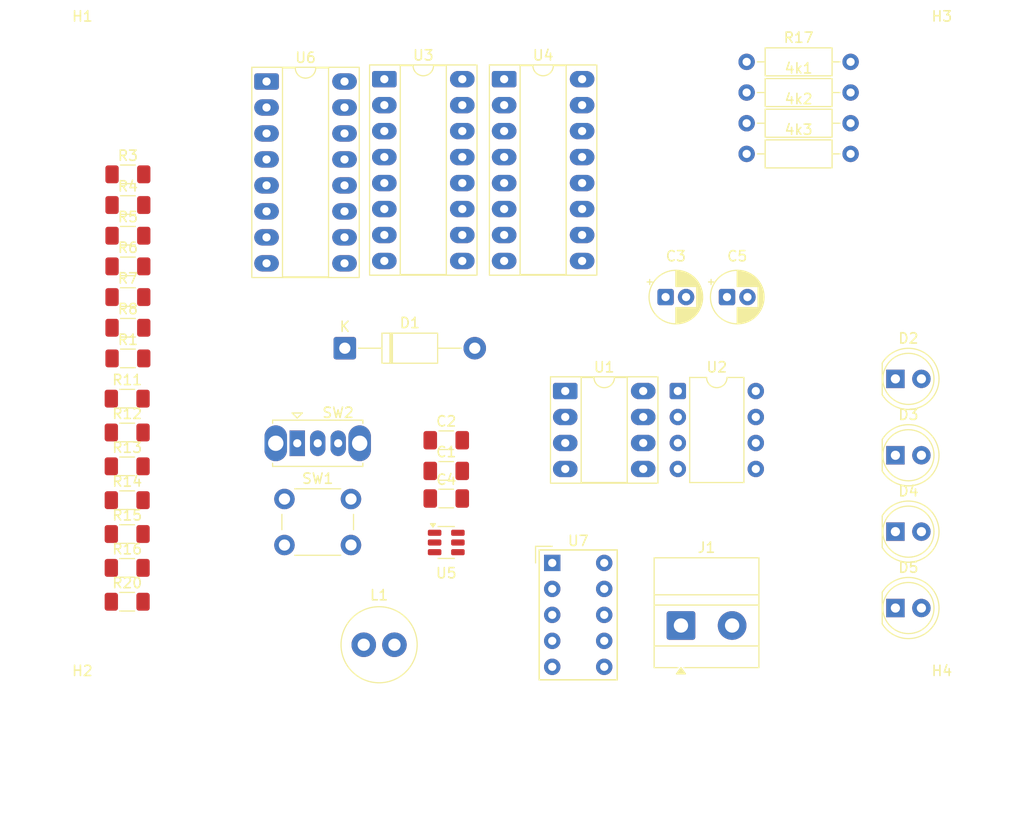
<source format=kicad_pcb>
(kicad_pcb (version 20241229) (generator "pcbnew") (generator_version "9.0")
  (layers (0 "F.Cu" signal) (2 "B.Cu" signal) (13 "F.Paste" user) (15 "B.Paste" user) (5 "F.SilkS" user "F.Silkscreen") (7 "B.SilkS" user "B.Silkscreen") (1 "F.Mask" user) (3 "B.Mask" user) (25 "Edge.Cuts" user))
  (net 0 "")
  (net 1 "Net-(D3-K)")
  (net 2 "GND")
  (net 3 "Net-(D4-K)")
  (net 4 "Net-(D5-K)")
  (net 5 "Net-(U2-THR)")
  (net 6 "Net-(SW2-A)")
  (net 7 "VD")
  (net 8 "+5V")
  (net 9 "Net-(D1-K)")
  (net 10 "Q0")
  (net 11 "Net-(D2-K)")
  (net 12 "Q1")
  (net 13 "Q2")
  (net 14 "Q3")
  (net 15 "Net-(U2-DIS)")
  (net 16 "Net-(R3-Pad1)")
  (net 17 "Clock")
  (net 18 "Net-(U3A-J)")
  (net 19 "Net-(U3B-J)")
  (net 20 "Net-(U4A-J)")
  (net 21 "Net-(U4B-J)")
  (net 22 "Net-(U7-B)")
  (net 23 "Net-(U6-b)")
  (net 24 "Net-(U6-c)")
  (net 25 "Net-(U7-C)")
  (net 26 "Net-(U7-D)")
  (net 27 "Net-(U6-d)")
  (net 28 "Net-(U7-E)")
  (net 29 "Net-(U6-e)")
  (net 30 "Net-(U6-f)")
  (net 31 "Net-(U7-F)")
  (net 32 "Net-(U7-G)")
  (net 33 "Net-(U6-g)")
  (net 34 "555")
  (net 39 "RESET")
  (net 43 "Net-(U6-BI)")
  (net 44 "Net-(U6-a)")
  (net 45 "Net-(U7-A)")
  (footprint "LED_THT:LED_D5.0mm" (layer "F.Cu") (at 175.46 97.94)
    (property "Reference" "D4" (at 1.27 -3.96 0) (layer "F.SilkS"))
    (property "Value" "LED")
    (pad "1" thru_hole rect (at 0 0) (size 1.8 1.8) (drill 0.9) (layers "*.Cu" "*.Mask") (net 3 "Net-(D4-K)"))
    (pad "2" thru_hole circle (at 2.54 0) (size 1.8 1.8) (drill 0.9) (layers "*.Cu" "*.Mask") (net 13 "Q2"))
  )
  (footprint "Resistor_SMD:R_1206_3216Metric_Pad1.30x1.75mm_HandSolder" (layer "F.Cu") (at 100.45 63)
    (property "Reference" "R3" (at 0 -1.83 0) (layer "F.SilkS"))
    (property "Value" "2k")
    (pad "1" smd roundrect (at -1.55 0) (size 1.3 1.75) (layers "F.Cu" "F.Mask" "F.Paste") (roundrect_rratio 0.192308) (net 16 "Net-(R3-Pad1)"))
    (pad "2" smd roundrect (at 1.55 0) (size 1.3 1.75) (layers "F.Cu" "F.Mask" "F.Paste") (roundrect_rratio 0.192308) (net 6 "Net-(SW2-A)"))
  )
  (footprint "Capacitor_SMD:C_1206_3216Metric_Pad1.33x1.80mm_HandSolder" (layer "F.Cu") (at 131.5625 92)
    (property "Reference" "C1" (at 0 -1.85 0) (layer "F.SilkS"))
    (property "Value" "10u")
    (pad "1" smd roundrect (at -1.5625 0) (size 1.325 1.8) (layers "F.Cu" "F.Mask" "F.Paste") (roundrect_rratio 0.188679) (net 5 "Net-(U2-THR)"))
    (pad "2" smd roundrect (at 1.5625 0) (size 1.325 1.8) (layers "F.Cu" "F.Mask" "F.Paste") (roundrect_rratio 0.188679) (net 2 "GND"))
  )
  (footprint "Inductor_THT:L_Radial_D7.2mm_P3.00mm_Murata_1700" (layer "F.Cu") (at 123.5 109)
    (property "Reference" "L1" (at 1.5 -4.85 0) (layer "F.SilkS"))
    (property "Value" "330u")
    (pad "1" thru_hole circle (at 0 0) (size 2.4 2.4) (drill 1.2) (layers "*.Cu" "*.Mask") (net 9 "Net-(D1-K)"))
    (pad "2" thru_hole circle (at 3 0) (size 2.4 2.4) (drill 1.2) (layers "*.Cu" "*.Mask") (net 8 "+5V"))
  )
  (footprint "Resistor_SMD:R_1206_3216Metric_Pad1.30x1.75mm_HandSolder" (layer "F.Cu") (at 100.45 72)
    (property "Reference" "R6" (at 0 -1.83 0) (layer "F.SilkS"))
    (property "Value" "10k")
    (pad "1" smd roundrect (at -1.55 0) (size 1.3 1.75) (layers "F.Cu" "F.Mask" "F.Paste") (roundrect_rratio 0.192308) (net 8 "+5V"))
    (pad "2" smd roundrect (at 1.55 0) (size 1.3 1.75) (layers "F.Cu" "F.Mask" "F.Paste") (roundrect_rratio 0.192308) (net 19 "Net-(U3B-J)"))
  )
  (footprint "LED_THT:LED_D5.0mm" (layer "F.Cu") (at 175.46 105.41)
    (property "Reference" "D5" (at 1.27 -3.96 0) (layer "F.SilkS"))
    (property "Value" "LED")
    (pad "1" thru_hole rect (at 0 0) (size 1.8 1.8) (drill 0.9) (layers "*.Cu" "*.Mask") (net 4 "Net-(D5-K)"))
    (pad "2" thru_hole circle (at 2.54 0) (size 1.8 1.8) (drill 0.9) (layers "*.Cu" "*.Mask") (net 14 "Q3"))
  )
  (footprint "Resistor_THT:R_Axial_DIN0207_L6.3mm_D2.5mm_P10.16mm_Horizontal" (layer "F.Cu") (at 160.92 58)
    (property "Reference" "4k2" (at 5.08 -2.37 0) (layer "F.SilkS"))
    (property "Value" "R3")
    (pad "1" thru_hole circle (at 0 0) (size 1.6 1.6) (drill 0.8) (layers "*.Cu" "*.Mask") (net 3 "Net-(D4-K)"))
    (pad "2" thru_hole circle (at 10.16 0) (size 1.6 1.6) (drill 0.8) (layers "*.Cu" "*.Mask") (net 2 "GND"))
  )
  (footprint "Resistor_SMD:R_1206_3216Metric_Pad1.30x1.75mm_HandSolder" (layer "F.Cu") (at 100.378945 101.482952)
    (property "Reference" "R16" (at 0 -1.83 0) (layer "F.SilkS"))
    (property "Value" "2k")
    (pad "1" smd roundrect (at -1.55 0) (size 1.3 1.75) (layers "F.Cu" "F.Mask" "F.Paste") (roundrect_rratio 0.192308) (net 33 "Net-(U6-g)"))
    (pad "2" smd roundrect (at 1.55 0) (size 1.3 1.75) (layers "F.Cu" "F.Mask" "F.Paste") (roundrect_rratio 0.192308) (net 32 "Net-(U7-G)"))
  )
  (footprint "Resistor_SMD:R_1206_3216Metric_Pad1.30x1.75mm_HandSolder" (layer "F.Cu") (at 100.378945 91.552952)
    (property "Reference" "R13" (at 0 -1.83 0) (layer "F.SilkS"))
    (property "Value" "2k")
    (pad "1" smd roundrect (at -1.55 0) (size 1.3 1.75) (layers "F.Cu" "F.Mask" "F.Paste") (roundrect_rratio 0.192308) (net 27 "Net-(U6-d)"))
    (pad "2" smd roundrect (at 1.55 0) (size 1.3 1.75) (layers "F.Cu" "F.Mask" "F.Paste") (roundrect_rratio 0.192308) (net 26 "Net-(U7-D)"))
  )
  (footprint "TerminalBlock_MetzConnect:TerminalBlock_MetzConnect_Type011_RT05502HBLC_1x02_P5.00mm_Horizontal" (layer "F.Cu") (at 154.5 107.1175)
    (property "Reference" "J1" (at 2.5 -7.62 0) (layer "F.SilkS"))
    (property "Value" "Conn_01x02")
    (pad "1" thru_hole roundrect (at 0 0) (size 2.8 2.8) (drill 1.4) (layers "*.Cu" "*.Mask") (roundrect_rratio 0.089286) (net 2 "GND"))
    (pad "2" thru_hole circle (at 5 0) (size 2.8 2.8) (drill 1.4) (layers "*.Cu" "*.Mask") (net 7 "VD"))
  )
  (footprint "Display_7Segment:HDSP-7401" (layer "F.Cu") (at 141.92 101)
    (property "Reference" "U7" (at 2.54 -2.159 0) (layer "F.SilkS"))
    (property "Value" "HDSP-7501")
    (pad "1" thru_hole rect (at 0 0) (size 1.6 1.6) (drill 0.8) (layers "*.Cu" "*.Mask") (net 8 "+5V"))
    (pad "2" thru_hole circle (at 0 2.54) (size 1.6 1.6) (drill 0.8) (layers "*.Cu" "*.Mask") (net 31 "Net-(U7-F)"))
    (pad "3" thru_hole circle (at 0 5.08) (size 1.6 1.6) (drill 0.8) (layers "*.Cu" "*.Mask") (net 32 "Net-(U7-G)"))
    (pad "4" thru_hole circle (at 0 7.62) (size 1.6 1.6) (drill 0.8) (layers "*.Cu" "*.Mask") (net 28 "Net-(U7-E)"))
    (pad "5" thru_hole circle (at 0 10.16) (size 1.6 1.6) (drill 0.8) (layers "*.Cu" "*.Mask") (net 26 "Net-(U7-D)"))
    (pad "6" thru_hole circle (at 5.08 10.16) (size 1.6 1.6) (drill 0.8) (layers "*.Cu" "*.Mask") (net 8 "+5V"))
    (pad "7" thru_hole circle (at 5.08 7.62) (size 1.6 1.6) (drill 0.8) (layers "*.Cu" "*.Mask"))
    (pad "8" thru_hole circle (at 5.08 5.08) (size 1.6 1.6) (drill 0.8) (layers "*.Cu" "*.Mask") (net 25 "Net-(U7-C)"))
    (pad "9" thru_hole circle (at 5.08 2.54) (size 1.6 1.6) (drill 0.8) (layers "*.Cu" "*.Mask") (net 22 "Net-(U7-B)"))
    (pad "10" thru_hole circle (at 5.08 0) (size 1.6 1.6) (drill 0.8) (layers "*.Cu" "*.Mask") (net 45 "Net-(U7-A)"))
  )
  (footprint "MountingHole:MountingHole_5.5mm" (layer "F.Cu") (at 180 54)
    (property "Reference" "H3" (at 0 -6.45 0) (layer "F.SilkS"))
    (property "Value" "MountingHole")
    (pad "" np_thru_hole circle (at 0 0) (size 5.5 5.5) (drill 5.5) (layers "*.Cu" "*.Mask"))
  )
  (footprint "Resistor_SMD:R_1206_3216Metric_Pad1.30x1.75mm_HandSolder" (layer "F.Cu") (at 100.378945 94.862952)
    (property "Reference" "R14" (at 0 -1.83 0) (layer "F.SilkS"))
    (property "Value" "2k")
    (pad "1" smd roundrect (at -1.55 0) (size 1.3 1.75) (layers "F.Cu" "F.Mask" "F.Paste") (roundrect_rratio 0.192308) (net 29 "Net-(U6-e)"))
    (pad "2" smd roundrect (at 1.55 0) (size 1.3 1.75) (layers "F.Cu" "F.Mask" "F.Paste") (roundrect_rratio 0.192308) (net 28 "Net-(U7-E)"))
  )
  (footprint "Resistor_SMD:R_1206_3216Metric_Pad1.30x1.75mm_HandSolder" (layer "F.Cu") (at 100.378945 104.792952)
    (property "Reference" "R20" (at 0 -1.83 0) (layer "F.SilkS"))
    (property "Value" "47k")
    (pad "1" smd roundrect (at -1.55 0) (size 1.3 1.75) (layers "F.Cu" "F.Mask" "F.Paste") (roundrect_rratio 0.192308) (net 15 "Net-(U2-DIS)"))
    (pad "2" smd roundrect (at 1.55 0) (size 1.3 1.75) (layers "F.Cu" "F.Mask" "F.Paste") (roundrect_rratio 0.192308) (net 5 "Net-(U2-THR)"))
  )
  (footprint "Resistor_SMD:R_1206_3216Metric_Pad1.30x1.75mm_HandSolder" (layer "F.Cu") (at 100.378945 84.932952)
    (property "Reference" "R11" (at 0 -1.83 0) (layer "F.SilkS"))
    (property "Value" "2k")
    (pad "1" smd roundrect (at -1.55 0) (size 1.3 1.75) (layers "F.Cu" "F.Mask" "F.Paste") (roundrect_rratio 0.192308) (net 23 "Net-(U6-b)"))
    (pad "2" smd roundrect (at 1.55 0) (size 1.3 1.75) (layers "F.Cu" "F.Mask" "F.Paste") (roundrect_rratio 0.192308) (net 22 "Net-(U7-B)"))
  )
  (footprint "Button_Switch_THT:SW_PUSH_6mm_H4.3mm" (layer "F.Cu") (at 115.75 94.75)
    (property "Reference" "SW1" (at 3.25 -2 0) (layer "F.SilkS"))
    (property "Value" "SW_Push")
    (pad "1" thru_hole circle (at 0 0 90) (size 2 2) (drill 1.1) (layers "*.Cu" "*.Mask") (net 2 "GND"))
    (pad "1" thru_hole circle (at 6.5 0 90) (size 2 2) (drill 1.1) (layers "*.Cu" "*.Mask") (net 2 "GND"))
    (pad "2" thru_hole circle (at 0 4.5 90) (size 2 2) (drill 1.1) (layers "*.Cu" "*.Mask") (net 16 "Net-(R3-Pad1)"))
    (pad "2" thru_hole circle (at 6.5 4.5 90) (size 2 2) (drill 1.1) (layers "*.Cu" "*.Mask") (net 16 "Net-(R3-Pad1)"))
  )
  (footprint "Resistor_SMD:R_1206_3216Metric_Pad1.30x1.75mm_HandSolder" (layer "F.Cu") (at 100.45 75)
    (property "Reference" "R7" (at 0 -1.83 0) (layer "F.SilkS"))
    (property "Value" "10k")
    (pad "1" smd roundrect (at -1.55 0) (size 1.3 1.75) (layers "F.Cu" "F.Mask" "F.Paste") (roundrect_rratio 0.192308) (net 8 "+5V"))
    (pad "2" smd roundrect (at 1.55 0) (size 1.3 1.75) (layers "F.Cu" "F.Mask" "F.Paste") (roundrect_rratio 0.192308) (net 20 "Net-(U4A-J)"))
  )
  (footprint "Button_Switch_THT:SW_Slide_SPDT_Straight_CK_OS102011MS2Q" (layer "F.Cu") (at 117 89.2975)
    (property "Reference" "SW2" (at 3.99 -2.99 0) (layer "F.SilkS"))
    (property "Value" "SW_Nidec_CAS-120A1")
    (pad "" thru_hole oval (at -2.1 0) (size 2.2 3.5) (drill 1.5) (layers "*.Cu" "*.Mask"))
    (pad "" thru_hole oval (at 6.1 0) (size 2.2 3.5) (drill 1.5) (layers "*.Cu" "*.Mask"))
    (pad "1" thru_hole rect (at 0 0) (size 1.5 2.5) (drill 0.8) (layers "*.Cu" "*.Mask") (net 17 "Clock"))
    (pad "2" thru_hole oval (at 2 0) (size 1.5 2.5) (drill 0.8) (layers "*.Cu" "*.Mask") (net 34 "555"))
    (pad "3" thru_hole oval (at 4 0) (size 1.5 2.5) (drill 0.8) (layers "*.Cu" "*.Mask") (net 6 "Net-(SW2-A)"))
  )
  (footprint "Resistor_SMD:R_1206_3216Metric_Pad1.30x1.75mm_HandSolder" (layer "F.Cu") (at 100.45 81)
    (property "Reference" "R1" (at 0 -1.83 0) (layer "F.SilkS"))
    (property "Value" "47k")
    (pad "1" smd roundrect (at -1.55 0) (size 1.3 1.75) (layers "F.Cu" "F.Mask" "F.Paste") (roundrect_rratio 0.192308) (net 8 "+5V"))
    (pad "2" smd roundrect (at 1.55 0) (size 1.3 1.75) (layers "F.Cu" "F.Mask" "F.Paste") (roundrect_rratio 0.192308) (net 15 "Net-(U2-DIS)"))
  )
  (footprint "Resistor_THT:R_Axial_DIN0207_L6.3mm_D2.5mm_P10.16mm_Horizontal" (layer "F.Cu") (at 160.92 61)
    (property "Reference" "4k3" (at 5.08 -2.37 0) (layer "F.SilkS"))
    (property "Value" "R4")
    (pad "1" thru_hole circle (at 0 0) (size 1.6 1.6) (drill 0.8) (layers "*.Cu" "*.Mask") (net 4 "Net-(D5-K)"))
    (pad "2" thru_hole circle (at 10.16 0) (size 1.6 1.6) (drill 0.8) (layers "*.Cu" "*.Mask") (net 2 "GND"))
  )
  (footprint "Diode_THT:D_DO-41_SOD81_P12.70mm_Horizontal" (layer "F.Cu") (at 121.65 80)
    (property "Reference" "D1" (at 6.35 -2.47 0) (layer "F.SilkS"))
    (property "Value" "11DQ06")
    (fp_text user "K" (at 0 -2.1 0) (layer "F.SilkS"))
    (pad "1" thru_hole roundrect (at 0 0) (size 2.2 2.2) (drill 1.1) (layers "*.Cu" "*.Mask") (roundrect_rratio 0.113636) (net 9 "Net-(D1-K)"))
    (pad "2" thru_hole circle (at 12.7 0) (size 2.2 2.2) (drill 1.1) (layers "*.Cu" "*.Mask") (net 2 "GND"))
  )
  (footprint "Resistor_SMD:R_1206_3216Metric_Pad1.30x1.75mm_HandSolder" (layer "F.Cu") (at 100.378945 88.242952)
    (property "Reference" "R12" (at 0 -1.83 0) (layer "F.SilkS"))
    (property "Value" "2k")
    (pad "1" smd roundrect (at -1.55 0) (size 1.3 1.75) (layers "F.Cu" "F.Mask" "F.Paste") (roundrect_rratio 0.192308) (net 24 "Net-(U6-c)"))
    (pad "2" smd roundrect (at 1.55 0) (size 1.3 1.75) (layers "F.Cu" "F.Mask" "F.Paste") (roundrect_rratio 0.192308) (net 25 "Net-(U7-C)"))
  )
  (footprint "Resistor_SMD:R_1206_3216Metric_Pad1.30x1.75mm_HandSolder" (layer "F.Cu") (at 100.45 66)
    (property "Reference" "R4" (at 0 -1.83 0) (layer "F.SilkS"))
    (property "Value" "10k")
    (pad "1" smd roundrect (at -1.55 0) (size 1.3 1.75) (layers "F.Cu" "F.Mask" "F.Paste") (roundrect_rratio 0.192308) (net 8 "+5V"))
    (pad "2" smd roundrect (at 1.55 0) (size 1.3 1.75) (layers "F.Cu" "F.Mask" "F.Paste") (roundrect_rratio 0.192308) (net 17 "Clock"))
  )
  (footprint "LED_THT:LED_D5.0mm" (layer "F.Cu") (at 175.46 90.47)
    (property "Reference" "D3" (at 1.27 -3.96 0) (layer "F.SilkS"))
    (property "Value" "LED")
    (pad "1" thru_hole rect (at 0 0) (size 1.8 1.8) (drill 0.9) (layers "*.Cu" "*.Mask") (net 1 "Net-(D3-K)"))
    (pad "2" thru_hole circle (at 2.54 0) (size 1.8 1.8) (drill 0.9) (layers "*.Cu" "*.Mask") (net 12 "Q1"))
  )
  (footprint "Package_DIP:DIP-8_W7.62mm" (layer "F.Cu") (at 154.195 84.19)
    (property "Reference" "U2" (at 3.81 -2.33 0) (layer "F.SilkS"))
    (property "Value" "NE555P")
    (pad "1" thru_hole roundrect (at 0 0) (size 1.6 1.6) (drill 0.8) (layers "*.Cu" "*.Mask") (roundrect_rratio 0.15625) (net 2 "GND"))
    (pad "2" thru_hole circle (at 0 2.54) (size 1.6 1.6) (drill 0.8) (layers "*.Cu" "*.Mask") (net 5 "Net-(U2-THR)"))
    (pad "3" thru_hole circle (at 0 5.08) (size 1.6 1.6) (drill 0.8) (layers "*.Cu" "*.Mask") (net 34 "555"))
    (pad "4" thru_hole circle (at 0 7.62) (size 1.6 1.6) (drill 0.8) (layers "*.Cu" "*.Mask") (net 8 "+5V"))
    (pad "5" thru_hole circle (at 7.62 7.62) (size 1.6 1.6) (drill 0.8) (layers "*.Cu" "*.Mask"))
    (pad "6" thru_hole circle (at 7.62 5.08) (size 1.6 1.6) (drill 0.8) (layers "*.Cu" "*.Mask") (net 5 "Net-(U2-THR)"))
    (pad "7" thru_hole circle (at 7.62 2.54) (size 1.6 1.6) (drill 0.8) (layers "*.Cu" "*.Mask") (net 15 "Net-(U2-DIS)"))
    (pad "8" thru_hole circle (at 7.62 0) (size 1.6 1.6) (drill 0.8) (layers "*.Cu" "*.Mask") (net 8 "+5V"))
  )
  (footprint "Resistor_SMD:R_1206_3216Metric_Pad1.30x1.75mm_HandSolder" (layer "F.Cu") (at 100.45 69)
    (property "Reference" "R5" (at 0 -1.83 0) (layer "F.SilkS"))
    (property "Value" "10k")
    (pad "1" smd roundrect (at -1.55 0) (size 1.3 1.75) (layers "F.Cu" "F.Mask" "F.Paste") (roundrect_rratio 0.192308) (net 8 "+5V"))
    (pad "2" smd roundrect (at 1.55 0) (size 1.3 1.75) (layers "F.Cu" "F.Mask" "F.Paste") (roundrect_rratio 0.192308) (net 18 "Net-(U3A-J)"))
  )
  (footprint "Resistor_SMD:R_1206_3216Metric_Pad1.30x1.75mm_HandSolder" (layer "F.Cu") (at 100.378945 98.172952)
    (property "Reference" "R15" (at 0 -1.83 0) (layer "F.SilkS"))
    (property "Value" "2k")
    (pad "1" smd roundrect (at -1.55 0) (size 1.3 1.75) (layers "F.Cu" "F.Mask" "F.Paste") (roundrect_rratio 0.192308) (net 30 "Net-(U6-f)"))
    (pad "2" smd roundrect (at 1.55 0) (size 1.3 1.75) (layers "F.Cu" "F.Mask" "F.Paste") (roundrect_rratio 0.192308) (net 31 "Net-(U7-F)"))
  )
  (footprint "Resistor_THT:R_Axial_DIN0207_L6.3mm_D2.5mm_P10.16mm_Horizontal" (layer "F.Cu") (at 160.92 55)
    (property "Reference" "4k1" (at 5.08 -2.37 0) (layer "F.SilkS"))
    (property "Value" "R2")
    (pad "1" thru_hole circle (at 0 0) (size 1.6 1.6) (drill 0.8) (layers "*.Cu" "*.Mask") (net 1 "Net-(D3-K)"))
    (pad "2" thru_hole circle (at 10.16 0) (size 1.6 1.6) (drill 0.8) (layers "*.Cu" "*.Mask") (net 2 "GND"))
  )
  (footprint "Package_DIP:DIP-8_W7.62mm_Socket_LongPads" (layer "F.Cu") (at 143.19 84.19)
    (property "Reference" "U1" (at 3.81 -2.33 0) (layer "F.SilkS"))
    (property "Value" "LM2574N-5")
    (pad "1" thru_hole roundrect (at 0 0) (size 2.4 1.6) (drill 0.8) (layers "*.Cu" "*.Mask") (roundrect_rratio 0.15625) (net 8 "+5V"))
    (pad "2" thru_hole oval (at 0 2.54) (size 2.4 1.6) (drill 0.8) (layers "*.Cu" "*.Mask") (net 2 "GND"))
    (pad "3" thru_hole oval (at 0 5.08) (size 2.4 1.6) (drill 0.8) (layers "*.Cu" "*.Mask") (net 2 "GND"))
    (pad "4" thru_hole oval (at 0 7.62) (size 2.4 1.6) (drill 0.8) (layers "*.Cu" "*.Mask") (net 2 "GND"))
    (pad "5" thru_hole oval (at 7.62 7.62) (size 2.4 1.6) (drill 0.8) (layers "*.Cu" "*.Mask") (net 7 "VD"))
    (pad "6" thru_hole oval (at 7.62 5.08) (size 2.4 1.6) (drill 0.8) (layers "*.Cu" "*.Mask"))
    (pad "7" thru_hole oval (at 7.62 2.54) (size 2.4 1.6) (drill 0.8) (layers "*.Cu" "*.Mask") (net 9 "Net-(D1-K)"))
    (pad "8" thru_hole oval (at 7.62 0) (size 2.4 1.6) (drill 0.8) (layers "*.Cu" "*.Mask"))
  )
  (footprint "Capacitor_SMD:C_1206_3216Metric_Pad1.33x1.80mm_HandSolder" (layer "F.Cu") (at 131.5625 89)
    (property "Reference" "C2" (at 0 -1.85 0) (layer "F.SilkS"))
    (property "Value" "1u")
    (pad "1" smd roundrect (at -1.5625 0) (size 1.325 1.8) (layers "F.Cu" "F.Mask" "F.Paste") (roundrect_rratio 0.188679) (net 2 "GND"))
    (pad "2" smd roundrect (at 1.5625 0) (size 1.325 1.8) (layers "F.Cu" "F.Mask" "F.Paste") (roundrect_rratio 0.188679) (net 6 "Net-(SW2-A)"))
  )
  (footprint "Capacitor_THT:CP_Radial_D5.0mm_P2.00mm" (layer "F.Cu") (at 153 75)
    (property "Reference" "C3" (at 1 -4 0) (layer "F.SilkS"))
    (property "Value" "22u")
    (pad "1" thru_hole roundrect (at 0 0) (size 1.6 1.6) (drill 0.8) (layers "*.Cu" "*.Mask") (roundrect_rratio 0.15625) (net 7 "VD"))
    (pad "2" thru_hole circle (at 2 0) (size 1.6 1.6) (drill 0.8) (layers "*.Cu" "*.Mask") (net 2 "GND"))
  )
  (footprint "Package_DIP:DIP-16_W7.62mm_Socket_LongPads" (layer "F.Cu") (at 114 53.92)
    (property "Reference" "U6" (at 3.81 -2.33 0) (layer "F.SilkS"))
    (property "Value" "74LS47")
    (pad "1" thru_hole roundrect (at 0 0) (size 2.4 1.6) (drill 0.8) (layers "*.Cu" "*.Mask") (roundrect_rratio 0.15625) (net 12 "Q1"))
    (pad "2" thru_hole oval (at 0 2.54) (size 2.4 1.6) (drill 0.8) (layers "*.Cu" "*.Mask") (net 13 "Q2"))
    (pad "3" thru_hole oval (at 0 5.08) (size 2.4 1.6) (drill 0.8) (layers "*.Cu" "*.Mask") (net 43 "Net-(U6-BI)"))
    (pad "4" thru_hole oval (at 0 7.62) (size 2.4 1.6) (drill 0.8) (layers "*.Cu" "*.Mask") (net 43 "Net-(U6-BI)"))
    (pad "5" thru_hole oval (at 0 10.16) (size 2.4 1.6) (drill 0.8) (layers "*.Cu" "*.Mask") (net 43 "Net-(U6-BI)"))
    (pad "6" thru_hole oval (at 0 12.7) (size 2.4 1.6) (drill 0.8) (layers "*.Cu" "*.Mask") (net 14 "Q3"))
    (pad "7" thru_hole oval (at 0 15.24) (size 2.4 1.6) (drill 0.8) (layers "*.Cu" "*.Mask") (net 10 "Q0"))
    (pad "8" thru_hole oval (at 0 17.78) (size 2.4 1.6) (drill 0.8) (layers "*.Cu" "*.Mask") (net 2 "GND"))
    (pad "9" thru_hole oval (at 7.62 17.78) (size 2.4 1.6) (drill 0.8) (layers "*.Cu" "*.Mask") (net 29 "Net-(U6-e)"))
    (pad "10" thru_hole oval (at 7.62 15.24) (size 2.4 1.6) (drill 0.8) (layers "*.Cu" "*.Mask") (net 27 "Net-(U6-d)"))
    (pad "11" thru_hole oval (at 7.62 12.7) (size 2.4 1.6) (drill 0.8) (layers "*.Cu" "*.Mask") (net 24 "Net-(U6-c)"))
    (pad "12" thru_hole oval (at 7.62 10.16) (size 2.4 1.6) (drill 0.8) (layers "*.Cu" "*.Mask") (net 23 "Net-(U6-b)"))
    (pad "13" thru_hole oval (at 7.62 7.62) (size 2.4 1.6) (drill 0.8) (layers "*.Cu" "*.Mask") (net 44 "Net-(U6-a)"))
    (pad "14" thru_hole oval (at 7.62 5.08) (size 2.4 1.6) (drill 0.8) (layers "*.Cu" "*.Mask") (net 33 "Net-(U6-g)"))
    (pad "15" thru_hole oval (at 7.62 2.54) (size 2.4 1.6) (drill 0.8) (layers "*.Cu" "*.Mask") (net 30 "Net-(U6-f)"))
    (pad "16" thru_hole oval (at 7.62 0) (size 2.4 1.6) (drill 0.8) (layers "*.Cu" "*.Mask") (net 8 "+5V"))
  )
  (footprint "Resistor_SMD:R_1206_3216Metric_Pad1.30x1.75mm_HandSolder" (layer "F.Cu") (at 100.45 78)
    (property "Reference" "R8" (at 0 -1.83 0) (layer "F.SilkS"))
    (property "Value" "10k")
    (pad "1" smd roundrect (at -1.55 0) (size 1.3 1.75) (layers "F.Cu" "F.Mask" "F.Paste") (roundrect_rratio 0.192308) (net 8 "+5V"))
    (pad "2" smd roundrect (at 1.55 0) (size 1.3 1.75) (layers "F.Cu" "F.Mask" "F.Paste") (roundrect_rratio 0.192308) (net 21 "Net-(U4B-J)"))
  )
  (footprint "MountingHole:MountingHole_5.5mm" (layer "F.Cu") (at 96 118)
    (property "Reference" "H2" (at 0 -6.45 0) (layer "F.SilkS"))
    (property "Value" "MountingHole")
    (pad "" np_thru_hole circle (at 0 0) (size 5.5 5.5) (drill 5.5) (layers "*.Cu" "*.Mask"))
  )
  (footprint "Package_TO_SOT_SMD:SOT-23-6" (layer "F.Cu") (at 131.5625 99)
    (property "Reference" "U5" (at 0 3 0) (layer "F.SilkS"))
    (property "Value" "~")
    (pad "1" smd roundrect (at -1.1375 -0.95) (size 1.325 0.6) (layers "F.Cu" "F.Mask" "F.Paste") (net 12 "Q1"))
    (pad "2" smd roundrect (at -1.1375 0) (size 1.325 0.6) (layers "F.Cu" "F.Mask" "F.Paste") (net 2 "GND"))
    (pad "3" smd roundrect (at -1.1375 0.95) (size 1.325 0.6) (layers "F.Cu" "F.Mask" "F.Paste") (net 14 "Q3"))
    (pad "4" smd roundrect (at 1.1375 0.95) (size 1.325 0.6) (layers "F.Cu" "F.Mask" "F.Paste") (net 39 "RESET"))
    (pad "5" smd roundrect (at 1.1375 0) (size 1.325 0.6) (layers "F.Cu" "F.Mask" "F.Paste") (net 8 "+5V"))
    (pad "6" smd roundrect (at 1.1375 -0.95) (size 1.325 0.6) (layers "F.Cu" "F.Mask" "F.Paste") (net 17 "Clock"))
  )
  (footprint "MountingHole:MountingHole_5.5mm" (layer "F.Cu") (at 96 54)
    (property "Reference" "H1" (at 0 -6.45 0) (layer "F.SilkS"))
    (property "Value" "MountingHole")
    (pad "" np_thru_hole circle (at 0 0) (size 5.5 5.5) (drill 5.5) (layers "*.Cu" "*.Mask"))
  )
  (footprint "MountingHole:MountingHole_5.5mm" (layer "F.Cu") (at 180 118)
    (property "Reference" "H4" (at 0 -6.45 0) (layer "F.SilkS"))
    (property "Value" "MountingHole")
    (pad "" np_thru_hole circle (at 0 0) (size 5.5 5.5) (drill 5.5) (layers "*.Cu" "*.Mask"))
  )
  (footprint "Package_DIP:DIP-16_W7.62mm_Socket_LongPads" (layer "F.Cu") (at 137.22 53.69)
    (property "Reference" "U4" (at 3.81 -2.33 0) (layer "F.SilkS"))
    (property "Value" "4027")
    (pad "1" thru_hole roundrect (at 0 0) (size 2.4 1.6) (drill 0.8) (layers "*.Cu" "*.Mask") (roundrect_rratio 0.15625))
    (pad "2" thru_hole oval (at 0 2.54) (size 2.4 1.6) (drill 0.8) (layers "*.Cu" "*.Mask") (net 13 "Q2"))
    (pad "3" thru_hole oval (at 0 5.08) (size 2.4 1.6) (drill 0.8) (layers "*.Cu" "*.Mask") (net 12 "Q1"))
    (pad "4" thru_hole oval (at 0 7.62) (size 2.4 1.6) (drill 0.8) (layers "*.Cu" "*.Mask") (net 2 "GND"))
    (pad "5" thru_hole oval (at 0 10.16) (size 2.4 1.6) (drill 0.8) (layers "*.Cu" "*.Mask") (net 20 "Net-(U4A-J)"))
    (pad "6" thru_hole oval (at 0 12.7) (size 2.4 1.6) (drill 0.8) (layers "*.Cu" "*.Mask") (net 20 "Net-(U4A-J)"))
    (pad "7" thru_hole oval (at 0 15.24) (size 2.4 1.6) (drill 0.8) (layers "*.Cu" "*.Mask") (net 39 "RESET"))
    (pad "8" thru_hole oval (at 0 17.78) (size 2.4 1.6) (drill 0.8) (layers "*.Cu" "*.Mask") (net 2 "GND"))
    (pad "9" thru_hole oval (at 7.62 17.78) (size 2.4 1.6) (drill 0.8) (layers "*.Cu" "*.Mask") (net 39 "RESET"))
    (pad "10" thru_hole oval (at 7.62 15.24) (size 2.4 1.6) (drill 0.8) (layers "*.Cu" "*.Mask") (net 21 "Net-(U4B-J)"))
    (pad "11" thru_hole oval (at 7.62 12.7) (size 2.4 1.6) (drill 0.8) (layers "*.Cu" "*.Mask") (net 21 "Net-(U4B-J)"))
    (pad "12" thru_hole oval (at 7.62 10.16) (size 2.4 1.6) (drill 0.8) (layers "*.Cu" "*.Mask") (net 2 "GND"))
    (pad "13" thru_hole oval (at 7.62 7.62) (size 2.4 1.6) (drill 0.8) (layers "*.Cu" "*.Mask") (net 13 "Q2"))
    (pad "14" thru_hole oval (at 7.62 5.08) (size 2.4 1.6) (drill 0.8) (layers "*.Cu" "*.Mask") (net 14 "Q3"))
    (pad "15" thru_hole oval (at 7.62 2.54) (size 2.4 1.6) (drill 0.8) (layers "*.Cu" "*.Mask"))
    (pad "16" thru_hole oval (at 7.62 0) (size 2.4 1.6) (drill 0.8) (layers "*.Cu" "*.Mask") (net 8 "+5V"))
  )
  (footprint "Capacitor_THT:CP_Radial_D5.0mm_P2.00mm" (layer "F.Cu") (at 159 75)
    (property "Reference" "C5" (at 1 -4 0) (layer "F.SilkS"))
    (property "Value" "220u")
    (pad "1" thru_hole roundrect (at 0 0) (size 1.6 1.6) (drill 0.8) (layers "*.Cu" "*.Mask") (roundrect_rratio 0.15625) (net 8 "+5V"))
    (pad "2" thru_hole circle (at 2 0) (size 1.6 1.6) (drill 0.8) (layers "*.Cu" "*.Mask") (net 2 "GND"))
  )
  (footprint "LED_THT:LED_D5.0mm" (layer "F.Cu") (at 175.46 83)
    (property "Reference" "D2" (at 1.27 -3.96 0) (layer "F.SilkS"))
    (property "Value" "LED")
    (pad "1" thru_hole rect (at 0 0) (size 1.8 1.8) (drill 0.9) (layers "*.Cu" "*.Mask") (net 11 "Net-(D2-K)"))
    (pad "2" thru_hole circle (at 2.54 0) (size 1.8 1.8) (drill 0.9) (layers "*.Cu" "*.Mask") (net 10 "Q0"))
  )
  (footprint "Package_DIP:DIP-16_W7.62mm_Socket_LongPads" (layer "F.Cu") (at 125.51 53.69)
    (property "Reference" "U3" (at 3.81 -2.33 0) (layer "F.SilkS"))
    (property "Value" "4027")
    (pad "1" thru_hole roundrect (at 0 0) (size 2.4 1.6) (drill 0.8) (layers "*.Cu" "*.Mask") (roundrect_rratio 0.15625))
    (pad "2" thru_hole oval (at 0 2.54) (size 2.4 1.6) (drill 0.8) (layers "*.Cu" "*.Mask") (net 10 "Q0"))
    (pad "3" thru_hole oval (at 0 5.08) (size 2.4 1.6) (drill 0.8) (layers "*.Cu" "*.Mask") (net 17 "Clock"))
    (pad "4" thru_hole oval (at 0 7.62) (size 2.4 1.6) (drill 0.8) (layers "*.Cu" "*.Mask") (net 2 "GND"))
    (pad "5" thru_hole oval (at 0 10.16) (size 2.4 1.6) (drill 0.8) (layers "*.Cu" "*.Mask") (net 18 "Net-(U3A-J)"))
    (pad "6" thru_hole oval (at 0 12.7) (size 2.4 1.6) (drill 0.8) (layers "*.Cu" "*.Mask") (net 18 "Net-(U3A-J)"))
    (pad "7" thru_hole oval (at 0 15.24) (size 2.4 1.6) (drill 0.8) (layers "*.Cu" "*.Mask") (net 39 "RESET"))
    (pad "8" thru_hole oval (at 0 17.78) (size 2.4 1.6) (drill 0.8) (layers "*.Cu" "*.Mask") (net 2 "GND"))
    (pad "9" thru_hole oval (at 7.62 17.78) (size 2.4 1.6) (drill 0.8) (layers "*.Cu" "*.Mask") (net 39 "RESET"))
    (pad "10" thru_hole oval (at 7.62 15.24) (size 2.4 1.6) (drill 0.8) (layers "*.Cu" "*.Mask") (net 19 "Net-(U3B-J)"))
    (pad "11" thru_hole oval (at 7.62 12.7) (size 2.4 1.6) (drill 0.8) (layers "*.Cu" "*.Mask") (net 19 "Net-(U3B-J)"))
    (pad "12" thru_hole oval (at 7.62 10.16) (size 2.4 1.6) (drill 0.8) (layers "*.Cu" "*.Mask") (net 2 "GND"))
    (pad "13" thru_hole oval (at 7.62 7.62) (size 2.4 1.6) (drill 0.8) (layers "*.Cu" "*.Mask") (net 10 "Q0"))
    (pad "14" thru_hole oval (at 7.62 5.08) (size 2.4 1.6) (drill 0.8) (layers "*.Cu" "*.Mask") (net 12 "Q1"))
    (pad "15" thru_hole oval (at 7.62 2.54) (size 2.4 1.6) (drill 0.8) (layers "*.Cu" "*.Mask"))
    (pad "16" thru_hole oval (at 7.62 0) (size 2.4 1.6) (drill 0.8) (layers "*.Cu" "*.Mask") (net 8 "+5V"))
  )
  (footprint "Capacitor_SMD:C_1206_3216Metric_Pad1.33x1.80mm_HandSolder" (layer "F.Cu") (at 131.5625 94.7)
    (property "Reference" "C4" (at 0 -1.85 0) (layer "F.SilkS"))
    (property "Value" "100n")
    (pad "1" smd roundrect (at -1.5625 0) (size 1.325 1.8) (layers "F.Cu" "F.Mask" "F.Paste") (roundrect_rratio 0.188679) (net 8 "+5V"))
    (pad "2" smd roundrect (at 1.5625 0) (size 1.325 1.8) (layers "F.Cu" "F.Mask" "F.Paste") (roundrect_rratio 0.188679) (net 2 "GND"))
  )
  (footprint "Resistor_THT:R_Axial_DIN0207_L6.3mm_D2.5mm_P10.16mm_Horizontal" (layer "F.Cu") (at 160.92 52)
    (property "Reference" "R17" (at 5.08 -2.37 0) (layer "F.SilkS"))
    (property "Value" "4k7")
    (pad "1" thru_hole circle (at 0 0) (size 1.6 1.6) (drill 0.8) (layers "*.Cu" "*.Mask") (net 11 "Net-(D2-K)"))
    (pad "2" thru_hole circle (at 10.16 0) (size 1.6 1.6) (drill 0.8) (layers "*.Cu" "*.Mask") (net 2 "GND"))
  )
)
</source>
